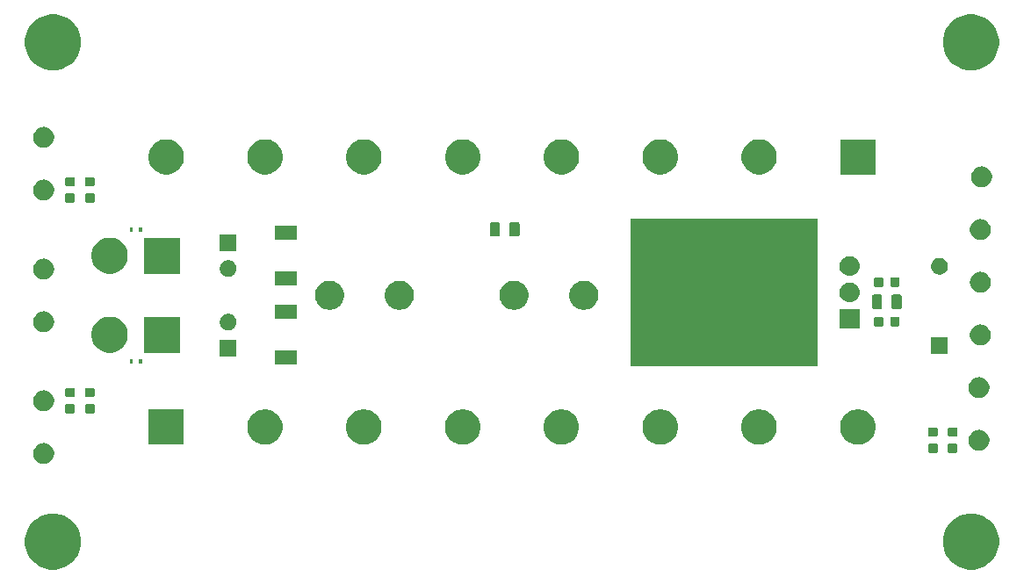
<source format=gbr>
G04 #@! TF.GenerationSoftware,KiCad,Pcbnew,5.0.2-bee76a0~70~ubuntu18.04.1*
G04 #@! TF.CreationDate,2019-06-19T23:07:38-07:00*
G04 #@! TF.ProjectId,aa-power,61612d70-6f77-4657-922e-6b696361645f,rev?*
G04 #@! TF.SameCoordinates,Original*
G04 #@! TF.FileFunction,Soldermask,Top*
G04 #@! TF.FilePolarity,Negative*
%FSLAX46Y46*%
G04 Gerber Fmt 4.6, Leading zero omitted, Abs format (unit mm)*
G04 Created by KiCad (PCBNEW 5.0.2-bee76a0~70~ubuntu18.04.1) date Wed 19 Jun 2019 11:07:38 PM PDT*
%MOMM*%
%LPD*%
G01*
G04 APERTURE LIST*
%ADD10C,0.100000*%
G04 APERTURE END LIST*
D10*
G36*
X105816560Y-121482759D02*
X106267084Y-121669372D01*
X106307930Y-121686291D01*
X106327736Y-121699525D01*
X106750153Y-121981775D01*
X107126225Y-122357847D01*
X107421710Y-122800072D01*
X107625241Y-123291440D01*
X107729000Y-123813072D01*
X107729000Y-124344928D01*
X107625241Y-124866560D01*
X107421710Y-125357928D01*
X107126225Y-125800153D01*
X106750153Y-126176225D01*
X106750150Y-126176227D01*
X106307930Y-126471709D01*
X106307929Y-126471710D01*
X106307928Y-126471710D01*
X105816560Y-126675241D01*
X105294928Y-126779000D01*
X104763072Y-126779000D01*
X104241440Y-126675241D01*
X103750072Y-126471710D01*
X103750071Y-126471710D01*
X103750070Y-126471709D01*
X103307850Y-126176227D01*
X103307847Y-126176225D01*
X102931775Y-125800153D01*
X102636290Y-125357928D01*
X102432759Y-124866560D01*
X102329000Y-124344928D01*
X102329000Y-123813072D01*
X102432759Y-123291440D01*
X102636290Y-122800072D01*
X102931775Y-122357847D01*
X103307847Y-121981775D01*
X103730264Y-121699525D01*
X103750070Y-121686291D01*
X103790916Y-121669372D01*
X104241440Y-121482759D01*
X104763072Y-121379000D01*
X105294928Y-121379000D01*
X105816560Y-121482759D01*
X105816560Y-121482759D01*
G37*
G36*
X194335560Y-121482759D02*
X194786084Y-121669372D01*
X194826930Y-121686291D01*
X194846736Y-121699525D01*
X195269153Y-121981775D01*
X195645225Y-122357847D01*
X195940710Y-122800072D01*
X196144241Y-123291440D01*
X196248000Y-123813072D01*
X196248000Y-124344928D01*
X196144241Y-124866560D01*
X195940710Y-125357928D01*
X195645225Y-125800153D01*
X195269153Y-126176225D01*
X195269150Y-126176227D01*
X194826930Y-126471709D01*
X194826929Y-126471710D01*
X194826928Y-126471710D01*
X194335560Y-126675241D01*
X193813928Y-126779000D01*
X193282072Y-126779000D01*
X192760440Y-126675241D01*
X192269072Y-126471710D01*
X192269071Y-126471710D01*
X192269070Y-126471709D01*
X191826850Y-126176227D01*
X191826847Y-126176225D01*
X191450775Y-125800153D01*
X191155290Y-125357928D01*
X190951759Y-124866560D01*
X190848000Y-124344928D01*
X190848000Y-123813072D01*
X190951759Y-123291440D01*
X191155290Y-122800072D01*
X191450775Y-122357847D01*
X191826847Y-121981775D01*
X192249264Y-121699525D01*
X192269070Y-121686291D01*
X192309916Y-121669372D01*
X192760440Y-121482759D01*
X193282072Y-121379000D01*
X193813928Y-121379000D01*
X194335560Y-121482759D01*
X194335560Y-121482759D01*
G37*
G36*
X104315770Y-114585372D02*
X104431689Y-114608429D01*
X104613678Y-114683811D01*
X104777463Y-114793249D01*
X104916751Y-114932537D01*
X105026189Y-115096322D01*
X105101571Y-115278311D01*
X105140000Y-115471509D01*
X105140000Y-115668491D01*
X105101571Y-115861689D01*
X105026189Y-116043678D01*
X104916751Y-116207463D01*
X104777463Y-116346751D01*
X104613678Y-116456189D01*
X104431689Y-116531571D01*
X104315770Y-116554628D01*
X104238493Y-116570000D01*
X104041507Y-116570000D01*
X103964230Y-116554628D01*
X103848311Y-116531571D01*
X103666322Y-116456189D01*
X103502537Y-116346751D01*
X103363249Y-116207463D01*
X103253811Y-116043678D01*
X103178429Y-115861689D01*
X103140000Y-115668491D01*
X103140000Y-115471509D01*
X103178429Y-115278311D01*
X103253811Y-115096322D01*
X103363249Y-114932537D01*
X103502537Y-114793249D01*
X103666322Y-114683811D01*
X103848311Y-114608429D01*
X103964230Y-114585372D01*
X104041507Y-114570000D01*
X104238493Y-114570000D01*
X104315770Y-114585372D01*
X104315770Y-114585372D01*
G37*
G36*
X192119116Y-114653595D02*
X192148313Y-114662452D01*
X192175218Y-114676833D01*
X192198808Y-114696192D01*
X192218167Y-114719782D01*
X192232548Y-114746687D01*
X192241405Y-114775884D01*
X192245000Y-114812390D01*
X192245000Y-115362610D01*
X192241405Y-115399116D01*
X192232548Y-115428313D01*
X192218167Y-115455218D01*
X192198808Y-115478808D01*
X192175218Y-115498167D01*
X192148313Y-115512548D01*
X192119116Y-115521405D01*
X192082610Y-115525000D01*
X191457390Y-115525000D01*
X191420884Y-115521405D01*
X191391687Y-115512548D01*
X191364782Y-115498167D01*
X191341192Y-115478808D01*
X191321833Y-115455218D01*
X191307452Y-115428313D01*
X191298595Y-115399116D01*
X191295000Y-115362610D01*
X191295000Y-114812390D01*
X191298595Y-114775884D01*
X191307452Y-114746687D01*
X191321833Y-114719782D01*
X191341192Y-114696192D01*
X191364782Y-114676833D01*
X191391687Y-114662452D01*
X191420884Y-114653595D01*
X191457390Y-114650000D01*
X192082610Y-114650000D01*
X192119116Y-114653595D01*
X192119116Y-114653595D01*
G37*
G36*
X190214116Y-114653595D02*
X190243313Y-114662452D01*
X190270218Y-114676833D01*
X190293808Y-114696192D01*
X190313167Y-114719782D01*
X190327548Y-114746687D01*
X190336405Y-114775884D01*
X190340000Y-114812390D01*
X190340000Y-115362610D01*
X190336405Y-115399116D01*
X190327548Y-115428313D01*
X190313167Y-115455218D01*
X190293808Y-115478808D01*
X190270218Y-115498167D01*
X190243313Y-115512548D01*
X190214116Y-115521405D01*
X190177610Y-115525000D01*
X189552390Y-115525000D01*
X189515884Y-115521405D01*
X189486687Y-115512548D01*
X189459782Y-115498167D01*
X189436192Y-115478808D01*
X189416833Y-115455218D01*
X189402452Y-115428313D01*
X189393595Y-115399116D01*
X189390000Y-115362610D01*
X189390000Y-114812390D01*
X189393595Y-114775884D01*
X189402452Y-114746687D01*
X189416833Y-114719782D01*
X189436192Y-114696192D01*
X189459782Y-114676833D01*
X189486687Y-114662452D01*
X189515884Y-114653595D01*
X189552390Y-114650000D01*
X190177610Y-114650000D01*
X190214116Y-114653595D01*
X190214116Y-114653595D01*
G37*
G36*
X194485770Y-113315372D02*
X194601689Y-113338429D01*
X194783678Y-113413811D01*
X194947463Y-113523249D01*
X195086751Y-113662537D01*
X195196189Y-113826322D01*
X195271571Y-114008311D01*
X195310000Y-114201509D01*
X195310000Y-114398491D01*
X195271571Y-114591689D01*
X195196189Y-114773678D01*
X195086751Y-114937463D01*
X194947463Y-115076751D01*
X194783678Y-115186189D01*
X194601689Y-115261571D01*
X194485770Y-115284628D01*
X194408493Y-115300000D01*
X194211507Y-115300000D01*
X194134230Y-115284628D01*
X194018311Y-115261571D01*
X193836322Y-115186189D01*
X193672537Y-115076751D01*
X193533249Y-114937463D01*
X193423811Y-114773678D01*
X193348429Y-114591689D01*
X193310000Y-114398491D01*
X193310000Y-114201509D01*
X193348429Y-114008311D01*
X193423811Y-113826322D01*
X193533249Y-113662537D01*
X193672537Y-113523249D01*
X193836322Y-113413811D01*
X194018311Y-113338429D01*
X194134230Y-113315372D01*
X194211507Y-113300000D01*
X194408493Y-113300000D01*
X194485770Y-113315372D01*
X194485770Y-113315372D01*
G37*
G36*
X163962393Y-111373553D02*
X164071872Y-111395330D01*
X164381252Y-111523479D01*
X164659687Y-111709523D01*
X164896477Y-111946313D01*
X165082521Y-112224748D01*
X165210670Y-112534128D01*
X165210670Y-112534129D01*
X165276000Y-112862563D01*
X165276000Y-113197437D01*
X165265331Y-113251074D01*
X165210670Y-113525872D01*
X165082521Y-113835252D01*
X164896477Y-114113687D01*
X164659687Y-114350477D01*
X164381252Y-114536521D01*
X164071872Y-114664670D01*
X164010724Y-114676833D01*
X163743437Y-114730000D01*
X163408563Y-114730000D01*
X163141276Y-114676833D01*
X163080128Y-114664670D01*
X162770748Y-114536521D01*
X162492313Y-114350477D01*
X162255523Y-114113687D01*
X162069479Y-113835252D01*
X161941330Y-113525872D01*
X161886669Y-113251074D01*
X161876000Y-113197437D01*
X161876000Y-112862563D01*
X161941330Y-112534129D01*
X161941330Y-112534128D01*
X162069479Y-112224748D01*
X162255523Y-111946313D01*
X162492313Y-111709523D01*
X162770748Y-111523479D01*
X163080128Y-111395330D01*
X163189607Y-111373553D01*
X163408563Y-111330000D01*
X163743437Y-111330000D01*
X163962393Y-111373553D01*
X163962393Y-111373553D01*
G37*
G36*
X173487393Y-111373553D02*
X173596872Y-111395330D01*
X173906252Y-111523479D01*
X174184687Y-111709523D01*
X174421477Y-111946313D01*
X174607521Y-112224748D01*
X174735670Y-112534128D01*
X174735670Y-112534129D01*
X174801000Y-112862563D01*
X174801000Y-113197437D01*
X174790331Y-113251074D01*
X174735670Y-113525872D01*
X174607521Y-113835252D01*
X174421477Y-114113687D01*
X174184687Y-114350477D01*
X173906252Y-114536521D01*
X173596872Y-114664670D01*
X173535724Y-114676833D01*
X173268437Y-114730000D01*
X172933563Y-114730000D01*
X172666276Y-114676833D01*
X172605128Y-114664670D01*
X172295748Y-114536521D01*
X172017313Y-114350477D01*
X171780523Y-114113687D01*
X171594479Y-113835252D01*
X171466330Y-113525872D01*
X171411669Y-113251074D01*
X171401000Y-113197437D01*
X171401000Y-112862563D01*
X171466330Y-112534129D01*
X171466330Y-112534128D01*
X171594479Y-112224748D01*
X171780523Y-111946313D01*
X172017313Y-111709523D01*
X172295748Y-111523479D01*
X172605128Y-111395330D01*
X172714607Y-111373553D01*
X172933563Y-111330000D01*
X173268437Y-111330000D01*
X173487393Y-111373553D01*
X173487393Y-111373553D01*
G37*
G36*
X154432393Y-111373553D02*
X154541872Y-111395330D01*
X154851252Y-111523479D01*
X155129687Y-111709523D01*
X155366477Y-111946313D01*
X155552521Y-112224748D01*
X155680670Y-112534128D01*
X155680670Y-112534129D01*
X155746000Y-112862563D01*
X155746000Y-113197437D01*
X155735331Y-113251074D01*
X155680670Y-113525872D01*
X155552521Y-113835252D01*
X155366477Y-114113687D01*
X155129687Y-114350477D01*
X154851252Y-114536521D01*
X154541872Y-114664670D01*
X154480724Y-114676833D01*
X154213437Y-114730000D01*
X153878563Y-114730000D01*
X153611276Y-114676833D01*
X153550128Y-114664670D01*
X153240748Y-114536521D01*
X152962313Y-114350477D01*
X152725523Y-114113687D01*
X152539479Y-113835252D01*
X152411330Y-113525872D01*
X152356669Y-113251074D01*
X152346000Y-113197437D01*
X152346000Y-112862563D01*
X152411330Y-112534129D01*
X152411330Y-112534128D01*
X152539479Y-112224748D01*
X152725523Y-111946313D01*
X152962313Y-111709523D01*
X153240748Y-111523479D01*
X153550128Y-111395330D01*
X153659607Y-111373553D01*
X153878563Y-111330000D01*
X154213437Y-111330000D01*
X154432393Y-111373553D01*
X154432393Y-111373553D01*
G37*
G36*
X144912393Y-111373553D02*
X145021872Y-111395330D01*
X145331252Y-111523479D01*
X145609687Y-111709523D01*
X145846477Y-111946313D01*
X146032521Y-112224748D01*
X146160670Y-112534128D01*
X146160670Y-112534129D01*
X146226000Y-112862563D01*
X146226000Y-113197437D01*
X146215331Y-113251074D01*
X146160670Y-113525872D01*
X146032521Y-113835252D01*
X145846477Y-114113687D01*
X145609687Y-114350477D01*
X145331252Y-114536521D01*
X145021872Y-114664670D01*
X144960724Y-114676833D01*
X144693437Y-114730000D01*
X144358563Y-114730000D01*
X144091276Y-114676833D01*
X144030128Y-114664670D01*
X143720748Y-114536521D01*
X143442313Y-114350477D01*
X143205523Y-114113687D01*
X143019479Y-113835252D01*
X142891330Y-113525872D01*
X142836669Y-113251074D01*
X142826000Y-113197437D01*
X142826000Y-112862563D01*
X142891330Y-112534129D01*
X142891330Y-112534128D01*
X143019479Y-112224748D01*
X143205523Y-111946313D01*
X143442313Y-111709523D01*
X143720748Y-111523479D01*
X144030128Y-111395330D01*
X144139607Y-111373553D01*
X144358563Y-111330000D01*
X144693437Y-111330000D01*
X144912393Y-111373553D01*
X144912393Y-111373553D01*
G37*
G36*
X135387393Y-111373553D02*
X135496872Y-111395330D01*
X135806252Y-111523479D01*
X136084687Y-111709523D01*
X136321477Y-111946313D01*
X136507521Y-112224748D01*
X136635670Y-112534128D01*
X136635670Y-112534129D01*
X136701000Y-112862563D01*
X136701000Y-113197437D01*
X136690331Y-113251074D01*
X136635670Y-113525872D01*
X136507521Y-113835252D01*
X136321477Y-114113687D01*
X136084687Y-114350477D01*
X135806252Y-114536521D01*
X135496872Y-114664670D01*
X135435724Y-114676833D01*
X135168437Y-114730000D01*
X134833563Y-114730000D01*
X134566276Y-114676833D01*
X134505128Y-114664670D01*
X134195748Y-114536521D01*
X133917313Y-114350477D01*
X133680523Y-114113687D01*
X133494479Y-113835252D01*
X133366330Y-113525872D01*
X133311669Y-113251074D01*
X133301000Y-113197437D01*
X133301000Y-112862563D01*
X133366330Y-112534129D01*
X133366330Y-112534128D01*
X133494479Y-112224748D01*
X133680523Y-111946313D01*
X133917313Y-111709523D01*
X134195748Y-111523479D01*
X134505128Y-111395330D01*
X134614607Y-111373553D01*
X134833563Y-111330000D01*
X135168437Y-111330000D01*
X135387393Y-111373553D01*
X135387393Y-111373553D01*
G37*
G36*
X125857393Y-111373553D02*
X125966872Y-111395330D01*
X126276252Y-111523479D01*
X126554687Y-111709523D01*
X126791477Y-111946313D01*
X126977521Y-112224748D01*
X127105670Y-112534128D01*
X127105670Y-112534129D01*
X127171000Y-112862563D01*
X127171000Y-113197437D01*
X127160331Y-113251074D01*
X127105670Y-113525872D01*
X126977521Y-113835252D01*
X126791477Y-114113687D01*
X126554687Y-114350477D01*
X126276252Y-114536521D01*
X125966872Y-114664670D01*
X125905724Y-114676833D01*
X125638437Y-114730000D01*
X125303563Y-114730000D01*
X125036276Y-114676833D01*
X124975128Y-114664670D01*
X124665748Y-114536521D01*
X124387313Y-114350477D01*
X124150523Y-114113687D01*
X123964479Y-113835252D01*
X123836330Y-113525872D01*
X123781669Y-113251074D01*
X123771000Y-113197437D01*
X123771000Y-112862563D01*
X123836330Y-112534129D01*
X123836330Y-112534128D01*
X123964479Y-112224748D01*
X124150523Y-111946313D01*
X124387313Y-111709523D01*
X124665748Y-111523479D01*
X124975128Y-111395330D01*
X125084607Y-111373553D01*
X125303563Y-111330000D01*
X125638437Y-111330000D01*
X125857393Y-111373553D01*
X125857393Y-111373553D01*
G37*
G36*
X183012393Y-111373553D02*
X183121872Y-111395330D01*
X183431252Y-111523479D01*
X183709687Y-111709523D01*
X183946477Y-111946313D01*
X184132521Y-112224748D01*
X184260670Y-112534128D01*
X184260670Y-112534129D01*
X184326000Y-112862563D01*
X184326000Y-113197437D01*
X184315331Y-113251074D01*
X184260670Y-113525872D01*
X184132521Y-113835252D01*
X183946477Y-114113687D01*
X183709687Y-114350477D01*
X183431252Y-114536521D01*
X183121872Y-114664670D01*
X183060724Y-114676833D01*
X182793437Y-114730000D01*
X182458563Y-114730000D01*
X182191276Y-114676833D01*
X182130128Y-114664670D01*
X181820748Y-114536521D01*
X181542313Y-114350477D01*
X181305523Y-114113687D01*
X181119479Y-113835252D01*
X180991330Y-113525872D01*
X180936669Y-113251074D01*
X180926000Y-113197437D01*
X180926000Y-112862563D01*
X180991330Y-112534129D01*
X180991330Y-112534128D01*
X181119479Y-112224748D01*
X181305523Y-111946313D01*
X181542313Y-111709523D01*
X181820748Y-111523479D01*
X182130128Y-111395330D01*
X182239607Y-111373553D01*
X182458563Y-111330000D01*
X182793437Y-111330000D01*
X183012393Y-111373553D01*
X183012393Y-111373553D01*
G37*
G36*
X117651000Y-114730000D02*
X114251000Y-114730000D01*
X114251000Y-111330000D01*
X117651000Y-111330000D01*
X117651000Y-114730000D01*
X117651000Y-114730000D01*
G37*
G36*
X190214116Y-113078595D02*
X190243313Y-113087452D01*
X190270218Y-113101833D01*
X190293808Y-113121192D01*
X190313167Y-113144782D01*
X190327548Y-113171687D01*
X190336405Y-113200884D01*
X190340000Y-113237390D01*
X190340000Y-113787610D01*
X190336405Y-113824116D01*
X190327548Y-113853313D01*
X190313167Y-113880218D01*
X190293808Y-113903808D01*
X190270218Y-113923167D01*
X190243313Y-113937548D01*
X190214116Y-113946405D01*
X190177610Y-113950000D01*
X189552390Y-113950000D01*
X189515884Y-113946405D01*
X189486687Y-113937548D01*
X189459782Y-113923167D01*
X189436192Y-113903808D01*
X189416833Y-113880218D01*
X189402452Y-113853313D01*
X189393595Y-113824116D01*
X189390000Y-113787610D01*
X189390000Y-113237390D01*
X189393595Y-113200884D01*
X189402452Y-113171687D01*
X189416833Y-113144782D01*
X189436192Y-113121192D01*
X189459782Y-113101833D01*
X189486687Y-113087452D01*
X189515884Y-113078595D01*
X189552390Y-113075000D01*
X190177610Y-113075000D01*
X190214116Y-113078595D01*
X190214116Y-113078595D01*
G37*
G36*
X192119116Y-113078595D02*
X192148313Y-113087452D01*
X192175218Y-113101833D01*
X192198808Y-113121192D01*
X192218167Y-113144782D01*
X192232548Y-113171687D01*
X192241405Y-113200884D01*
X192245000Y-113237390D01*
X192245000Y-113787610D01*
X192241405Y-113824116D01*
X192232548Y-113853313D01*
X192218167Y-113880218D01*
X192198808Y-113903808D01*
X192175218Y-113923167D01*
X192148313Y-113937548D01*
X192119116Y-113946405D01*
X192082610Y-113950000D01*
X191457390Y-113950000D01*
X191420884Y-113946405D01*
X191391687Y-113937548D01*
X191364782Y-113923167D01*
X191341192Y-113903808D01*
X191321833Y-113880218D01*
X191307452Y-113853313D01*
X191298595Y-113824116D01*
X191295000Y-113787610D01*
X191295000Y-113237390D01*
X191298595Y-113200884D01*
X191307452Y-113171687D01*
X191321833Y-113144782D01*
X191341192Y-113121192D01*
X191364782Y-113101833D01*
X191391687Y-113087452D01*
X191420884Y-113078595D01*
X191457390Y-113075000D01*
X192082610Y-113075000D01*
X192119116Y-113078595D01*
X192119116Y-113078595D01*
G37*
G36*
X108934116Y-110843595D02*
X108963313Y-110852452D01*
X108990218Y-110866833D01*
X109013808Y-110886192D01*
X109033167Y-110909782D01*
X109047548Y-110936687D01*
X109056405Y-110965884D01*
X109060000Y-111002390D01*
X109060000Y-111552610D01*
X109056405Y-111589116D01*
X109047548Y-111618313D01*
X109033167Y-111645218D01*
X109013808Y-111668808D01*
X108990218Y-111688167D01*
X108963313Y-111702548D01*
X108934116Y-111711405D01*
X108897610Y-111715000D01*
X108272390Y-111715000D01*
X108235884Y-111711405D01*
X108206687Y-111702548D01*
X108179782Y-111688167D01*
X108156192Y-111668808D01*
X108136833Y-111645218D01*
X108122452Y-111618313D01*
X108113595Y-111589116D01*
X108110000Y-111552610D01*
X108110000Y-111002390D01*
X108113595Y-110965884D01*
X108122452Y-110936687D01*
X108136833Y-110909782D01*
X108156192Y-110886192D01*
X108179782Y-110866833D01*
X108206687Y-110852452D01*
X108235884Y-110843595D01*
X108272390Y-110840000D01*
X108897610Y-110840000D01*
X108934116Y-110843595D01*
X108934116Y-110843595D01*
G37*
G36*
X107029116Y-110843595D02*
X107058313Y-110852452D01*
X107085218Y-110866833D01*
X107108808Y-110886192D01*
X107128167Y-110909782D01*
X107142548Y-110936687D01*
X107151405Y-110965884D01*
X107155000Y-111002390D01*
X107155000Y-111552610D01*
X107151405Y-111589116D01*
X107142548Y-111618313D01*
X107128167Y-111645218D01*
X107108808Y-111668808D01*
X107085218Y-111688167D01*
X107058313Y-111702548D01*
X107029116Y-111711405D01*
X106992610Y-111715000D01*
X106367390Y-111715000D01*
X106330884Y-111711405D01*
X106301687Y-111702548D01*
X106274782Y-111688167D01*
X106251192Y-111668808D01*
X106231833Y-111645218D01*
X106217452Y-111618313D01*
X106208595Y-111589116D01*
X106205000Y-111552610D01*
X106205000Y-111002390D01*
X106208595Y-110965884D01*
X106217452Y-110936687D01*
X106231833Y-110909782D01*
X106251192Y-110886192D01*
X106274782Y-110866833D01*
X106301687Y-110852452D01*
X106330884Y-110843595D01*
X106367390Y-110840000D01*
X106992610Y-110840000D01*
X107029116Y-110843595D01*
X107029116Y-110843595D01*
G37*
G36*
X104315770Y-109505372D02*
X104431689Y-109528429D01*
X104613678Y-109603811D01*
X104777463Y-109713249D01*
X104916751Y-109852537D01*
X105026189Y-110016322D01*
X105101571Y-110198311D01*
X105140000Y-110391509D01*
X105140000Y-110588491D01*
X105101571Y-110781689D01*
X105026189Y-110963678D01*
X104916751Y-111127463D01*
X104777463Y-111266751D01*
X104613678Y-111376189D01*
X104431689Y-111451571D01*
X104315770Y-111474628D01*
X104238493Y-111490000D01*
X104041507Y-111490000D01*
X103964230Y-111474628D01*
X103848311Y-111451571D01*
X103666322Y-111376189D01*
X103502537Y-111266751D01*
X103363249Y-111127463D01*
X103253811Y-110963678D01*
X103178429Y-110781689D01*
X103140000Y-110588491D01*
X103140000Y-110391509D01*
X103178429Y-110198311D01*
X103253811Y-110016322D01*
X103363249Y-109852537D01*
X103502537Y-109713249D01*
X103666322Y-109603811D01*
X103848311Y-109528429D01*
X103964230Y-109505372D01*
X104041507Y-109490000D01*
X104238493Y-109490000D01*
X104315770Y-109505372D01*
X104315770Y-109505372D01*
G37*
G36*
X194485770Y-108235372D02*
X194601689Y-108258429D01*
X194783678Y-108333811D01*
X194947463Y-108443249D01*
X195086751Y-108582537D01*
X195196189Y-108746322D01*
X195271571Y-108928311D01*
X195310000Y-109121509D01*
X195310000Y-109318491D01*
X195271571Y-109511689D01*
X195196189Y-109693678D01*
X195086751Y-109857463D01*
X194947463Y-109996751D01*
X194783678Y-110106189D01*
X194601689Y-110181571D01*
X194485770Y-110204628D01*
X194408493Y-110220000D01*
X194211507Y-110220000D01*
X194134230Y-110204628D01*
X194018311Y-110181571D01*
X193836322Y-110106189D01*
X193672537Y-109996751D01*
X193533249Y-109857463D01*
X193423811Y-109693678D01*
X193348429Y-109511689D01*
X193310000Y-109318491D01*
X193310000Y-109121509D01*
X193348429Y-108928311D01*
X193423811Y-108746322D01*
X193533249Y-108582537D01*
X193672537Y-108443249D01*
X193836322Y-108333811D01*
X194018311Y-108258429D01*
X194134230Y-108235372D01*
X194211507Y-108220000D01*
X194408493Y-108220000D01*
X194485770Y-108235372D01*
X194485770Y-108235372D01*
G37*
G36*
X107029116Y-109268595D02*
X107058313Y-109277452D01*
X107085218Y-109291833D01*
X107108808Y-109311192D01*
X107128167Y-109334782D01*
X107142548Y-109361687D01*
X107151405Y-109390884D01*
X107155000Y-109427390D01*
X107155000Y-109977610D01*
X107151405Y-110014116D01*
X107142548Y-110043313D01*
X107128167Y-110070218D01*
X107108808Y-110093808D01*
X107085218Y-110113167D01*
X107058313Y-110127548D01*
X107029116Y-110136405D01*
X106992610Y-110140000D01*
X106367390Y-110140000D01*
X106330884Y-110136405D01*
X106301687Y-110127548D01*
X106274782Y-110113167D01*
X106251192Y-110093808D01*
X106231833Y-110070218D01*
X106217452Y-110043313D01*
X106208595Y-110014116D01*
X106205000Y-109977610D01*
X106205000Y-109427390D01*
X106208595Y-109390884D01*
X106217452Y-109361687D01*
X106231833Y-109334782D01*
X106251192Y-109311192D01*
X106274782Y-109291833D01*
X106301687Y-109277452D01*
X106330884Y-109268595D01*
X106367390Y-109265000D01*
X106992610Y-109265000D01*
X107029116Y-109268595D01*
X107029116Y-109268595D01*
G37*
G36*
X108934116Y-109268595D02*
X108963313Y-109277452D01*
X108990218Y-109291833D01*
X109013808Y-109311192D01*
X109033167Y-109334782D01*
X109047548Y-109361687D01*
X109056405Y-109390884D01*
X109060000Y-109427390D01*
X109060000Y-109977610D01*
X109056405Y-110014116D01*
X109047548Y-110043313D01*
X109033167Y-110070218D01*
X109013808Y-110093808D01*
X108990218Y-110113167D01*
X108963313Y-110127548D01*
X108934116Y-110136405D01*
X108897610Y-110140000D01*
X108272390Y-110140000D01*
X108235884Y-110136405D01*
X108206687Y-110127548D01*
X108179782Y-110113167D01*
X108156192Y-110093808D01*
X108136833Y-110070218D01*
X108122452Y-110043313D01*
X108113595Y-110014116D01*
X108110000Y-109977610D01*
X108110000Y-109427390D01*
X108113595Y-109390884D01*
X108122452Y-109361687D01*
X108136833Y-109334782D01*
X108156192Y-109311192D01*
X108179782Y-109291833D01*
X108206687Y-109277452D01*
X108235884Y-109268595D01*
X108272390Y-109265000D01*
X108897610Y-109265000D01*
X108934116Y-109268595D01*
X108934116Y-109268595D01*
G37*
G36*
X178794162Y-107164621D02*
X160760162Y-107164621D01*
X160760162Y-92940621D01*
X178794162Y-92940621D01*
X178794162Y-107164621D01*
X178794162Y-107164621D01*
G37*
G36*
X128558000Y-107040000D02*
X126458000Y-107040000D01*
X126458000Y-105640000D01*
X128558000Y-105640000D01*
X128558000Y-107040000D01*
X128558000Y-107040000D01*
G37*
G36*
X113630000Y-106880000D02*
X113330000Y-106880000D01*
X113330000Y-106480000D01*
X113630000Y-106480000D01*
X113630000Y-106880000D01*
X113630000Y-106880000D01*
G37*
G36*
X112730000Y-106880000D02*
X112430000Y-106880000D01*
X112430000Y-106480000D01*
X112730000Y-106480000D01*
X112730000Y-106880000D01*
X112730000Y-106880000D01*
G37*
G36*
X122720000Y-106210000D02*
X121120000Y-106210000D01*
X121120000Y-104610000D01*
X122720000Y-104610000D01*
X122720000Y-106210000D01*
X122720000Y-106210000D01*
G37*
G36*
X191300000Y-105956000D02*
X189700000Y-105956000D01*
X189700000Y-104356000D01*
X191300000Y-104356000D01*
X191300000Y-105956000D01*
X191300000Y-105956000D01*
G37*
G36*
X117320060Y-105890060D02*
X113819940Y-105890060D01*
X113819940Y-102389940D01*
X117320060Y-102389940D01*
X117320060Y-105890060D01*
X117320060Y-105890060D01*
G37*
G36*
X111000473Y-102457193D02*
X111318963Y-102589116D01*
X111605601Y-102780641D01*
X111849359Y-103024399D01*
X112040884Y-103311037D01*
X112172807Y-103629527D01*
X112240060Y-103967633D01*
X112240060Y-104312367D01*
X112172807Y-104650473D01*
X112040884Y-104968963D01*
X111849359Y-105255601D01*
X111605601Y-105499359D01*
X111318963Y-105690884D01*
X111000473Y-105822807D01*
X110662367Y-105890060D01*
X110317633Y-105890060D01*
X109979527Y-105822807D01*
X109661037Y-105690884D01*
X109374399Y-105499359D01*
X109130641Y-105255601D01*
X108939116Y-104968963D01*
X108807193Y-104650473D01*
X108739940Y-104312367D01*
X108739940Y-103967633D01*
X108807193Y-103629527D01*
X108939116Y-103311037D01*
X109130641Y-103024399D01*
X109374399Y-102780641D01*
X109661037Y-102589116D01*
X109979527Y-102457193D01*
X110317633Y-102389940D01*
X110662367Y-102389940D01*
X111000473Y-102457193D01*
X111000473Y-102457193D01*
G37*
G36*
X194612770Y-103155372D02*
X194728689Y-103178429D01*
X194910678Y-103253811D01*
X195074463Y-103363249D01*
X195213751Y-103502537D01*
X195323189Y-103666322D01*
X195398571Y-103848311D01*
X195437000Y-104041509D01*
X195437000Y-104238491D01*
X195398571Y-104431689D01*
X195323189Y-104613678D01*
X195213751Y-104777463D01*
X195074463Y-104916751D01*
X194910678Y-105026189D01*
X194728689Y-105101571D01*
X194612770Y-105124628D01*
X194535493Y-105140000D01*
X194338507Y-105140000D01*
X194261230Y-105124628D01*
X194145311Y-105101571D01*
X193963322Y-105026189D01*
X193799537Y-104916751D01*
X193660249Y-104777463D01*
X193550811Y-104613678D01*
X193475429Y-104431689D01*
X193437000Y-104238491D01*
X193437000Y-104041509D01*
X193475429Y-103848311D01*
X193550811Y-103666322D01*
X193660249Y-103502537D01*
X193799537Y-103363249D01*
X193963322Y-103253811D01*
X194145311Y-103178429D01*
X194261230Y-103155372D01*
X194338507Y-103140000D01*
X194535493Y-103140000D01*
X194612770Y-103155372D01*
X194612770Y-103155372D01*
G37*
G36*
X104315770Y-101885372D02*
X104431689Y-101908429D01*
X104613678Y-101983811D01*
X104777463Y-102093249D01*
X104916751Y-102232537D01*
X105026189Y-102396322D01*
X105101571Y-102578311D01*
X105121131Y-102676648D01*
X105140000Y-102771507D01*
X105140000Y-102968493D01*
X105128879Y-103024399D01*
X105101571Y-103161689D01*
X105026189Y-103343678D01*
X104916751Y-103507463D01*
X104777463Y-103646751D01*
X104613678Y-103756189D01*
X104431689Y-103831571D01*
X104315770Y-103854628D01*
X104238493Y-103870000D01*
X104041507Y-103870000D01*
X103964230Y-103854628D01*
X103848311Y-103831571D01*
X103666322Y-103756189D01*
X103502537Y-103646751D01*
X103363249Y-103507463D01*
X103253811Y-103343678D01*
X103178429Y-103161689D01*
X103151121Y-103024399D01*
X103140000Y-102968493D01*
X103140000Y-102771507D01*
X103158869Y-102676648D01*
X103178429Y-102578311D01*
X103253811Y-102396322D01*
X103363249Y-102232537D01*
X103502537Y-102093249D01*
X103666322Y-101983811D01*
X103848311Y-101908429D01*
X103964230Y-101885372D01*
X104041507Y-101870000D01*
X104238493Y-101870000D01*
X104315770Y-101885372D01*
X104315770Y-101885372D01*
G37*
G36*
X122153352Y-102140743D02*
X122298941Y-102201048D01*
X122429973Y-102288601D01*
X122541399Y-102400027D01*
X122628952Y-102531059D01*
X122689257Y-102676648D01*
X122720000Y-102831205D01*
X122720000Y-102988795D01*
X122689257Y-103143352D01*
X122628952Y-103288941D01*
X122541399Y-103419973D01*
X122429973Y-103531399D01*
X122298941Y-103618952D01*
X122153352Y-103679257D01*
X121998795Y-103710000D01*
X121841205Y-103710000D01*
X121686648Y-103679257D01*
X121541059Y-103618952D01*
X121410027Y-103531399D01*
X121298601Y-103419973D01*
X121211048Y-103288941D01*
X121150743Y-103143352D01*
X121120000Y-102988795D01*
X121120000Y-102831205D01*
X121150743Y-102676648D01*
X121211048Y-102531059D01*
X121298601Y-102400027D01*
X121410027Y-102288601D01*
X121541059Y-102201048D01*
X121686648Y-102140743D01*
X121841205Y-102110000D01*
X121998795Y-102110000D01*
X122153352Y-102140743D01*
X122153352Y-102140743D01*
G37*
G36*
X182842162Y-103545121D02*
X180842162Y-103545121D01*
X180842162Y-101640121D01*
X182842162Y-101640121D01*
X182842162Y-103545121D01*
X182842162Y-103545121D01*
G37*
G36*
X186519116Y-102398595D02*
X186548313Y-102407452D01*
X186575218Y-102421833D01*
X186598808Y-102441192D01*
X186618167Y-102464782D01*
X186632548Y-102491687D01*
X186641405Y-102520884D01*
X186645000Y-102557390D01*
X186645000Y-103182610D01*
X186641405Y-103219116D01*
X186632548Y-103248313D01*
X186618167Y-103275218D01*
X186598808Y-103298808D01*
X186575218Y-103318167D01*
X186548313Y-103332548D01*
X186519116Y-103341405D01*
X186482610Y-103345000D01*
X185932390Y-103345000D01*
X185895884Y-103341405D01*
X185866687Y-103332548D01*
X185839782Y-103318167D01*
X185816192Y-103298808D01*
X185796833Y-103275218D01*
X185782452Y-103248313D01*
X185773595Y-103219116D01*
X185770000Y-103182610D01*
X185770000Y-102557390D01*
X185773595Y-102520884D01*
X185782452Y-102491687D01*
X185796833Y-102464782D01*
X185816192Y-102441192D01*
X185839782Y-102421833D01*
X185866687Y-102407452D01*
X185895884Y-102398595D01*
X185932390Y-102395000D01*
X186482610Y-102395000D01*
X186519116Y-102398595D01*
X186519116Y-102398595D01*
G37*
G36*
X184944116Y-102398595D02*
X184973313Y-102407452D01*
X185000218Y-102421833D01*
X185023808Y-102441192D01*
X185043167Y-102464782D01*
X185057548Y-102491687D01*
X185066405Y-102520884D01*
X185070000Y-102557390D01*
X185070000Y-103182610D01*
X185066405Y-103219116D01*
X185057548Y-103248313D01*
X185043167Y-103275218D01*
X185023808Y-103298808D01*
X185000218Y-103318167D01*
X184973313Y-103332548D01*
X184944116Y-103341405D01*
X184907610Y-103345000D01*
X184357390Y-103345000D01*
X184320884Y-103341405D01*
X184291687Y-103332548D01*
X184264782Y-103318167D01*
X184241192Y-103298808D01*
X184221833Y-103275218D01*
X184207452Y-103248313D01*
X184198595Y-103219116D01*
X184195000Y-103182610D01*
X184195000Y-102557390D01*
X184198595Y-102520884D01*
X184207452Y-102491687D01*
X184221833Y-102464782D01*
X184241192Y-102441192D01*
X184264782Y-102421833D01*
X184291687Y-102407452D01*
X184320884Y-102398595D01*
X184357390Y-102395000D01*
X184907610Y-102395000D01*
X184944116Y-102398595D01*
X184944116Y-102398595D01*
G37*
G36*
X128558000Y-102640000D02*
X126458000Y-102640000D01*
X126458000Y-101240000D01*
X128558000Y-101240000D01*
X128558000Y-102640000D01*
X128558000Y-102640000D01*
G37*
G36*
X131903039Y-98953354D02*
X132104448Y-98993417D01*
X132357412Y-99098198D01*
X132585074Y-99250316D01*
X132778684Y-99443926D01*
X132930802Y-99671588D01*
X133035583Y-99924552D01*
X133089000Y-100193097D01*
X133089000Y-100466903D01*
X133035583Y-100735448D01*
X132930802Y-100988412D01*
X132778684Y-101216074D01*
X132585074Y-101409684D01*
X132357412Y-101561802D01*
X132104448Y-101666583D01*
X131903039Y-101706646D01*
X131835904Y-101720000D01*
X131562096Y-101720000D01*
X131494961Y-101706646D01*
X131293552Y-101666583D01*
X131040588Y-101561802D01*
X130812926Y-101409684D01*
X130619316Y-101216074D01*
X130467198Y-100988412D01*
X130362417Y-100735448D01*
X130309000Y-100466903D01*
X130309000Y-100193097D01*
X130362417Y-99924552D01*
X130467198Y-99671588D01*
X130619316Y-99443926D01*
X130812926Y-99250316D01*
X131040588Y-99098198D01*
X131293552Y-98993417D01*
X131494961Y-98953354D01*
X131562096Y-98940000D01*
X131835904Y-98940000D01*
X131903039Y-98953354D01*
X131903039Y-98953354D01*
G37*
G36*
X138634039Y-98953354D02*
X138835448Y-98993417D01*
X139088412Y-99098198D01*
X139316074Y-99250316D01*
X139509684Y-99443926D01*
X139661802Y-99671588D01*
X139766583Y-99924552D01*
X139820000Y-100193097D01*
X139820000Y-100466903D01*
X139766583Y-100735448D01*
X139661802Y-100988412D01*
X139509684Y-101216074D01*
X139316074Y-101409684D01*
X139088412Y-101561802D01*
X138835448Y-101666583D01*
X138634039Y-101706646D01*
X138566904Y-101720000D01*
X138293096Y-101720000D01*
X138225961Y-101706646D01*
X138024552Y-101666583D01*
X137771588Y-101561802D01*
X137543926Y-101409684D01*
X137350316Y-101216074D01*
X137198198Y-100988412D01*
X137093417Y-100735448D01*
X137040000Y-100466903D01*
X137040000Y-100193097D01*
X137093417Y-99924552D01*
X137198198Y-99671588D01*
X137350316Y-99443926D01*
X137543926Y-99250316D01*
X137771588Y-99098198D01*
X138024552Y-98993417D01*
X138225961Y-98953354D01*
X138293096Y-98940000D01*
X138566904Y-98940000D01*
X138634039Y-98953354D01*
X138634039Y-98953354D01*
G37*
G36*
X156414039Y-98953354D02*
X156615448Y-98993417D01*
X156868412Y-99098198D01*
X157096074Y-99250316D01*
X157289684Y-99443926D01*
X157441802Y-99671588D01*
X157546583Y-99924552D01*
X157600000Y-100193097D01*
X157600000Y-100466903D01*
X157546583Y-100735448D01*
X157441802Y-100988412D01*
X157289684Y-101216074D01*
X157096074Y-101409684D01*
X156868412Y-101561802D01*
X156615448Y-101666583D01*
X156414039Y-101706646D01*
X156346904Y-101720000D01*
X156073096Y-101720000D01*
X156005961Y-101706646D01*
X155804552Y-101666583D01*
X155551588Y-101561802D01*
X155323926Y-101409684D01*
X155130316Y-101216074D01*
X154978198Y-100988412D01*
X154873417Y-100735448D01*
X154820000Y-100466903D01*
X154820000Y-100193097D01*
X154873417Y-99924552D01*
X154978198Y-99671588D01*
X155130316Y-99443926D01*
X155323926Y-99250316D01*
X155551588Y-99098198D01*
X155804552Y-98993417D01*
X156005961Y-98953354D01*
X156073096Y-98940000D01*
X156346904Y-98940000D01*
X156414039Y-98953354D01*
X156414039Y-98953354D01*
G37*
G36*
X149683039Y-98953354D02*
X149884448Y-98993417D01*
X150137412Y-99098198D01*
X150365074Y-99250316D01*
X150558684Y-99443926D01*
X150710802Y-99671588D01*
X150815583Y-99924552D01*
X150869000Y-100193097D01*
X150869000Y-100466903D01*
X150815583Y-100735448D01*
X150710802Y-100988412D01*
X150558684Y-101216074D01*
X150365074Y-101409684D01*
X150137412Y-101561802D01*
X149884448Y-101666583D01*
X149683039Y-101706646D01*
X149615904Y-101720000D01*
X149342096Y-101720000D01*
X149274961Y-101706646D01*
X149073552Y-101666583D01*
X148820588Y-101561802D01*
X148592926Y-101409684D01*
X148399316Y-101216074D01*
X148247198Y-100988412D01*
X148142417Y-100735448D01*
X148089000Y-100466903D01*
X148089000Y-100193097D01*
X148142417Y-99924552D01*
X148247198Y-99671588D01*
X148399316Y-99443926D01*
X148592926Y-99250316D01*
X148820588Y-99098198D01*
X149073552Y-98993417D01*
X149274961Y-98953354D01*
X149342096Y-98940000D01*
X149615904Y-98940000D01*
X149683039Y-98953354D01*
X149683039Y-98953354D01*
G37*
G36*
X184823992Y-100269076D02*
X184857883Y-100279357D01*
X184889111Y-100296048D01*
X184916485Y-100318515D01*
X184938952Y-100345889D01*
X184955643Y-100377117D01*
X184965924Y-100411008D01*
X184970000Y-100452391D01*
X184970000Y-101477609D01*
X184965924Y-101518992D01*
X184955643Y-101552883D01*
X184938952Y-101584111D01*
X184916485Y-101611485D01*
X184889111Y-101633952D01*
X184857883Y-101650643D01*
X184823992Y-101660924D01*
X184782609Y-101665000D01*
X184182391Y-101665000D01*
X184141008Y-101660924D01*
X184107117Y-101650643D01*
X184075889Y-101633952D01*
X184048515Y-101611485D01*
X184026048Y-101584111D01*
X184009357Y-101552883D01*
X183999076Y-101518992D01*
X183995000Y-101477609D01*
X183995000Y-100452391D01*
X183999076Y-100411008D01*
X184009357Y-100377117D01*
X184026048Y-100345889D01*
X184048515Y-100318515D01*
X184075889Y-100296048D01*
X184107117Y-100279357D01*
X184141008Y-100269076D01*
X184182391Y-100265000D01*
X184782609Y-100265000D01*
X184823992Y-100269076D01*
X184823992Y-100269076D01*
G37*
G36*
X186698992Y-100269076D02*
X186732883Y-100279357D01*
X186764111Y-100296048D01*
X186791485Y-100318515D01*
X186813952Y-100345889D01*
X186830643Y-100377117D01*
X186840924Y-100411008D01*
X186845000Y-100452391D01*
X186845000Y-101477609D01*
X186840924Y-101518992D01*
X186830643Y-101552883D01*
X186813952Y-101584111D01*
X186791485Y-101611485D01*
X186764111Y-101633952D01*
X186732883Y-101650643D01*
X186698992Y-101660924D01*
X186657609Y-101665000D01*
X186057391Y-101665000D01*
X186016008Y-101660924D01*
X185982117Y-101650643D01*
X185950889Y-101633952D01*
X185923515Y-101611485D01*
X185901048Y-101584111D01*
X185884357Y-101552883D01*
X185874076Y-101518992D01*
X185870000Y-101477609D01*
X185870000Y-100452391D01*
X185874076Y-100411008D01*
X185884357Y-100377117D01*
X185901048Y-100345889D01*
X185923515Y-100318515D01*
X185950889Y-100296048D01*
X185982117Y-100279357D01*
X186016008Y-100269076D01*
X186057391Y-100265000D01*
X186657609Y-100265000D01*
X186698992Y-100269076D01*
X186698992Y-100269076D01*
G37*
G36*
X182076386Y-99113903D02*
X182255931Y-99168368D01*
X182421403Y-99256814D01*
X182566440Y-99375843D01*
X182685469Y-99520880D01*
X182773915Y-99686352D01*
X182828380Y-99865897D01*
X182846770Y-100052621D01*
X182828380Y-100239345D01*
X182773915Y-100418890D01*
X182685469Y-100584362D01*
X182566440Y-100729399D01*
X182421403Y-100848428D01*
X182255931Y-100936874D01*
X182076386Y-100991339D01*
X181936451Y-101005121D01*
X181747873Y-101005121D01*
X181607938Y-100991339D01*
X181428393Y-100936874D01*
X181262921Y-100848428D01*
X181117884Y-100729399D01*
X180998855Y-100584362D01*
X180910409Y-100418890D01*
X180855944Y-100239345D01*
X180837554Y-100052621D01*
X180855944Y-99865897D01*
X180910409Y-99686352D01*
X180998855Y-99520880D01*
X181117884Y-99375843D01*
X181262921Y-99256814D01*
X181428393Y-99168368D01*
X181607938Y-99113903D01*
X181747873Y-99100121D01*
X181936451Y-99100121D01*
X182076386Y-99113903D01*
X182076386Y-99113903D01*
G37*
G36*
X194612770Y-98075372D02*
X194728689Y-98098429D01*
X194910678Y-98173811D01*
X195074463Y-98283249D01*
X195213751Y-98422537D01*
X195323189Y-98586322D01*
X195398571Y-98768311D01*
X195421628Y-98884230D01*
X195437000Y-98961507D01*
X195437000Y-99158493D01*
X195421628Y-99235770D01*
X195398571Y-99351689D01*
X195323189Y-99533678D01*
X195213751Y-99697463D01*
X195074463Y-99836751D01*
X194910678Y-99946189D01*
X194728689Y-100021571D01*
X194612770Y-100044628D01*
X194535493Y-100060000D01*
X194338507Y-100060000D01*
X194261230Y-100044628D01*
X194145311Y-100021571D01*
X193963322Y-99946189D01*
X193799537Y-99836751D01*
X193660249Y-99697463D01*
X193550811Y-99533678D01*
X193475429Y-99351689D01*
X193452372Y-99235770D01*
X193437000Y-99158493D01*
X193437000Y-98961507D01*
X193452372Y-98884230D01*
X193475429Y-98768311D01*
X193550811Y-98586322D01*
X193660249Y-98422537D01*
X193799537Y-98283249D01*
X193963322Y-98173811D01*
X194145311Y-98098429D01*
X194261230Y-98075372D01*
X194338507Y-98060000D01*
X194535493Y-98060000D01*
X194612770Y-98075372D01*
X194612770Y-98075372D01*
G37*
G36*
X184944116Y-98588595D02*
X184973313Y-98597452D01*
X185000218Y-98611833D01*
X185023808Y-98631192D01*
X185043167Y-98654782D01*
X185057548Y-98681687D01*
X185066405Y-98710884D01*
X185070000Y-98747390D01*
X185070000Y-99372610D01*
X185066405Y-99409116D01*
X185057548Y-99438313D01*
X185043167Y-99465218D01*
X185023808Y-99488808D01*
X185000218Y-99508167D01*
X184973313Y-99522548D01*
X184944116Y-99531405D01*
X184907610Y-99535000D01*
X184357390Y-99535000D01*
X184320884Y-99531405D01*
X184291687Y-99522548D01*
X184264782Y-99508167D01*
X184241192Y-99488808D01*
X184221833Y-99465218D01*
X184207452Y-99438313D01*
X184198595Y-99409116D01*
X184195000Y-99372610D01*
X184195000Y-98747390D01*
X184198595Y-98710884D01*
X184207452Y-98681687D01*
X184221833Y-98654782D01*
X184241192Y-98631192D01*
X184264782Y-98611833D01*
X184291687Y-98597452D01*
X184320884Y-98588595D01*
X184357390Y-98585000D01*
X184907610Y-98585000D01*
X184944116Y-98588595D01*
X184944116Y-98588595D01*
G37*
G36*
X186519116Y-98588595D02*
X186548313Y-98597452D01*
X186575218Y-98611833D01*
X186598808Y-98631192D01*
X186618167Y-98654782D01*
X186632548Y-98681687D01*
X186641405Y-98710884D01*
X186645000Y-98747390D01*
X186645000Y-99372610D01*
X186641405Y-99409116D01*
X186632548Y-99438313D01*
X186618167Y-99465218D01*
X186598808Y-99488808D01*
X186575218Y-99508167D01*
X186548313Y-99522548D01*
X186519116Y-99531405D01*
X186482610Y-99535000D01*
X185932390Y-99535000D01*
X185895884Y-99531405D01*
X185866687Y-99522548D01*
X185839782Y-99508167D01*
X185816192Y-99488808D01*
X185796833Y-99465218D01*
X185782452Y-99438313D01*
X185773595Y-99409116D01*
X185770000Y-99372610D01*
X185770000Y-98747390D01*
X185773595Y-98710884D01*
X185782452Y-98681687D01*
X185796833Y-98654782D01*
X185816192Y-98631192D01*
X185839782Y-98611833D01*
X185866687Y-98597452D01*
X185895884Y-98588595D01*
X185932390Y-98585000D01*
X186482610Y-98585000D01*
X186519116Y-98588595D01*
X186519116Y-98588595D01*
G37*
G36*
X128558000Y-99420000D02*
X126458000Y-99420000D01*
X126458000Y-98020000D01*
X128558000Y-98020000D01*
X128558000Y-99420000D01*
X128558000Y-99420000D01*
G37*
G36*
X104315770Y-96805372D02*
X104431689Y-96828429D01*
X104613678Y-96903811D01*
X104777463Y-97013249D01*
X104916751Y-97152537D01*
X105026189Y-97316322D01*
X105101571Y-97498311D01*
X105124628Y-97614230D01*
X105135962Y-97671205D01*
X105140000Y-97691509D01*
X105140000Y-97888491D01*
X105101571Y-98081689D01*
X105026189Y-98263678D01*
X104916751Y-98427463D01*
X104777463Y-98566751D01*
X104613678Y-98676189D01*
X104431689Y-98751571D01*
X104315770Y-98774628D01*
X104238493Y-98790000D01*
X104041507Y-98790000D01*
X103964230Y-98774628D01*
X103848311Y-98751571D01*
X103666322Y-98676189D01*
X103502537Y-98566751D01*
X103363249Y-98427463D01*
X103253811Y-98263678D01*
X103178429Y-98081689D01*
X103140000Y-97888491D01*
X103140000Y-97691509D01*
X103144039Y-97671205D01*
X103155372Y-97614230D01*
X103178429Y-97498311D01*
X103253811Y-97316322D01*
X103363249Y-97152537D01*
X103502537Y-97013249D01*
X103666322Y-96903811D01*
X103848311Y-96828429D01*
X103964230Y-96805372D01*
X104041507Y-96790000D01*
X104238493Y-96790000D01*
X104315770Y-96805372D01*
X104315770Y-96805372D01*
G37*
G36*
X122153352Y-96980743D02*
X122298941Y-97041048D01*
X122429973Y-97128601D01*
X122541399Y-97240027D01*
X122628952Y-97371059D01*
X122689257Y-97516648D01*
X122720000Y-97671205D01*
X122720000Y-97828795D01*
X122689257Y-97983352D01*
X122628952Y-98128941D01*
X122541399Y-98259973D01*
X122429973Y-98371399D01*
X122298941Y-98458952D01*
X122153352Y-98519257D01*
X121998795Y-98550000D01*
X121841205Y-98550000D01*
X121686648Y-98519257D01*
X121541059Y-98458952D01*
X121410027Y-98371399D01*
X121298601Y-98259973D01*
X121211048Y-98128941D01*
X121150743Y-97983352D01*
X121120000Y-97828795D01*
X121120000Y-97671205D01*
X121150743Y-97516648D01*
X121211048Y-97371059D01*
X121298601Y-97240027D01*
X121410027Y-97128601D01*
X121541059Y-97041048D01*
X121686648Y-96980743D01*
X121841205Y-96950000D01*
X121998795Y-96950000D01*
X122153352Y-96980743D01*
X122153352Y-96980743D01*
G37*
G36*
X182076386Y-96573903D02*
X182255931Y-96628368D01*
X182421403Y-96716814D01*
X182566440Y-96835843D01*
X182685469Y-96980880D01*
X182773915Y-97146352D01*
X182828380Y-97325897D01*
X182846770Y-97512621D01*
X182828380Y-97699345D01*
X182773915Y-97878890D01*
X182685469Y-98044362D01*
X182566440Y-98189399D01*
X182421403Y-98308428D01*
X182255931Y-98396874D01*
X182076386Y-98451339D01*
X181936451Y-98465121D01*
X181747873Y-98465121D01*
X181607938Y-98451339D01*
X181428393Y-98396874D01*
X181262921Y-98308428D01*
X181117884Y-98189399D01*
X180998855Y-98044362D01*
X180910409Y-97878890D01*
X180855944Y-97699345D01*
X180837554Y-97512621D01*
X180855944Y-97325897D01*
X180910409Y-97146352D01*
X180998855Y-96980880D01*
X181117884Y-96835843D01*
X181262921Y-96716814D01*
X181428393Y-96628368D01*
X181607938Y-96573903D01*
X181747873Y-96560121D01*
X181936451Y-96560121D01*
X182076386Y-96573903D01*
X182076386Y-96573903D01*
G37*
G36*
X190617649Y-96743717D02*
X190656827Y-96747576D01*
X190732228Y-96770449D01*
X190807629Y-96793321D01*
X190946608Y-96867608D01*
X191068422Y-96967578D01*
X191168392Y-97089392D01*
X191242679Y-97228371D01*
X191265551Y-97303772D01*
X191288424Y-97379173D01*
X191303870Y-97536000D01*
X191290554Y-97671205D01*
X191288424Y-97692826D01*
X191242679Y-97843629D01*
X191168392Y-97982608D01*
X191068422Y-98104422D01*
X190946608Y-98204392D01*
X190807629Y-98278679D01*
X190792550Y-98283253D01*
X190656827Y-98324424D01*
X190621108Y-98327942D01*
X190539295Y-98336000D01*
X190460705Y-98336000D01*
X190378892Y-98327942D01*
X190343173Y-98324424D01*
X190207450Y-98283253D01*
X190192371Y-98278679D01*
X190053392Y-98204392D01*
X189931578Y-98104422D01*
X189831608Y-97982608D01*
X189757321Y-97843629D01*
X189711576Y-97692826D01*
X189709447Y-97671205D01*
X189696130Y-97536000D01*
X189711576Y-97379173D01*
X189734449Y-97303772D01*
X189757321Y-97228371D01*
X189831608Y-97089392D01*
X189931578Y-96967578D01*
X190053392Y-96867608D01*
X190192371Y-96793321D01*
X190267772Y-96770449D01*
X190343173Y-96747576D01*
X190382351Y-96743717D01*
X190460705Y-96736000D01*
X190539295Y-96736000D01*
X190617649Y-96743717D01*
X190617649Y-96743717D01*
G37*
G36*
X117320060Y-98270060D02*
X113819940Y-98270060D01*
X113819940Y-94769940D01*
X117320060Y-94769940D01*
X117320060Y-98270060D01*
X117320060Y-98270060D01*
G37*
G36*
X111000473Y-94837193D02*
X111318963Y-94969116D01*
X111605601Y-95160641D01*
X111849359Y-95404399D01*
X112040884Y-95691037D01*
X112172807Y-96009527D01*
X112240060Y-96347633D01*
X112240060Y-96692367D01*
X112172807Y-97030473D01*
X112040884Y-97348963D01*
X111849359Y-97635601D01*
X111605601Y-97879359D01*
X111318963Y-98070884D01*
X111000473Y-98202807D01*
X110662367Y-98270060D01*
X110317633Y-98270060D01*
X109979527Y-98202807D01*
X109661037Y-98070884D01*
X109374399Y-97879359D01*
X109130641Y-97635601D01*
X108939116Y-97348963D01*
X108807193Y-97030473D01*
X108739940Y-96692367D01*
X108739940Y-96347633D01*
X108807193Y-96009527D01*
X108939116Y-95691037D01*
X109130641Y-95404399D01*
X109374399Y-95160641D01*
X109661037Y-94969116D01*
X109979527Y-94837193D01*
X110317633Y-94769940D01*
X110662367Y-94769940D01*
X111000473Y-94837193D01*
X111000473Y-94837193D01*
G37*
G36*
X122720000Y-96050000D02*
X121120000Y-96050000D01*
X121120000Y-94450000D01*
X122720000Y-94450000D01*
X122720000Y-96050000D01*
X122720000Y-96050000D01*
G37*
G36*
X128558000Y-95020000D02*
X126458000Y-95020000D01*
X126458000Y-93620000D01*
X128558000Y-93620000D01*
X128558000Y-95020000D01*
X128558000Y-95020000D01*
G37*
G36*
X194612770Y-92995372D02*
X194728689Y-93018429D01*
X194910678Y-93093811D01*
X195074463Y-93203249D01*
X195213751Y-93342537D01*
X195323189Y-93506322D01*
X195398571Y-93688311D01*
X195437000Y-93881509D01*
X195437000Y-94078491D01*
X195398571Y-94271689D01*
X195323189Y-94453678D01*
X195213751Y-94617463D01*
X195074463Y-94756751D01*
X194910678Y-94866189D01*
X194728689Y-94941571D01*
X194612770Y-94964628D01*
X194535493Y-94980000D01*
X194338507Y-94980000D01*
X194261230Y-94964628D01*
X194145311Y-94941571D01*
X193963322Y-94866189D01*
X193799537Y-94756751D01*
X193660249Y-94617463D01*
X193550811Y-94453678D01*
X193475429Y-94271689D01*
X193437000Y-94078491D01*
X193437000Y-93881509D01*
X193475429Y-93688311D01*
X193550811Y-93506322D01*
X193660249Y-93342537D01*
X193799537Y-93203249D01*
X193963322Y-93093811D01*
X194145311Y-93018429D01*
X194261230Y-92995372D01*
X194338507Y-92980000D01*
X194535493Y-92980000D01*
X194612770Y-92995372D01*
X194612770Y-92995372D01*
G37*
G36*
X149868992Y-93284076D02*
X149902883Y-93294357D01*
X149934111Y-93311048D01*
X149961485Y-93333515D01*
X149983952Y-93360889D01*
X150000643Y-93392117D01*
X150010924Y-93426008D01*
X150015000Y-93467391D01*
X150015000Y-94492609D01*
X150010924Y-94533992D01*
X150000643Y-94567883D01*
X149983952Y-94599111D01*
X149961485Y-94626485D01*
X149934111Y-94648952D01*
X149902883Y-94665643D01*
X149868992Y-94675924D01*
X149827609Y-94680000D01*
X149227391Y-94680000D01*
X149186008Y-94675924D01*
X149152117Y-94665643D01*
X149120889Y-94648952D01*
X149093515Y-94626485D01*
X149071048Y-94599111D01*
X149054357Y-94567883D01*
X149044076Y-94533992D01*
X149040000Y-94492609D01*
X149040000Y-93467391D01*
X149044076Y-93426008D01*
X149054357Y-93392117D01*
X149071048Y-93360889D01*
X149093515Y-93333515D01*
X149120889Y-93311048D01*
X149152117Y-93294357D01*
X149186008Y-93284076D01*
X149227391Y-93280000D01*
X149827609Y-93280000D01*
X149868992Y-93284076D01*
X149868992Y-93284076D01*
G37*
G36*
X147993992Y-93284076D02*
X148027883Y-93294357D01*
X148059111Y-93311048D01*
X148086485Y-93333515D01*
X148108952Y-93360889D01*
X148125643Y-93392117D01*
X148135924Y-93426008D01*
X148140000Y-93467391D01*
X148140000Y-94492609D01*
X148135924Y-94533992D01*
X148125643Y-94567883D01*
X148108952Y-94599111D01*
X148086485Y-94626485D01*
X148059111Y-94648952D01*
X148027883Y-94665643D01*
X147993992Y-94675924D01*
X147952609Y-94680000D01*
X147352391Y-94680000D01*
X147311008Y-94675924D01*
X147277117Y-94665643D01*
X147245889Y-94648952D01*
X147218515Y-94626485D01*
X147196048Y-94599111D01*
X147179357Y-94567883D01*
X147169076Y-94533992D01*
X147165000Y-94492609D01*
X147165000Y-93467391D01*
X147169076Y-93426008D01*
X147179357Y-93392117D01*
X147196048Y-93360889D01*
X147218515Y-93333515D01*
X147245889Y-93311048D01*
X147277117Y-93294357D01*
X147311008Y-93284076D01*
X147352391Y-93280000D01*
X147952609Y-93280000D01*
X147993992Y-93284076D01*
X147993992Y-93284076D01*
G37*
G36*
X113630000Y-94180000D02*
X113330000Y-94180000D01*
X113330000Y-93780000D01*
X113630000Y-93780000D01*
X113630000Y-94180000D01*
X113630000Y-94180000D01*
G37*
G36*
X112730000Y-94180000D02*
X112430000Y-94180000D01*
X112430000Y-93780000D01*
X112730000Y-93780000D01*
X112730000Y-94180000D01*
X112730000Y-94180000D01*
G37*
G36*
X108934116Y-90523595D02*
X108963313Y-90532452D01*
X108990218Y-90546833D01*
X109013808Y-90566192D01*
X109033167Y-90589782D01*
X109047548Y-90616687D01*
X109056405Y-90645884D01*
X109060000Y-90682390D01*
X109060000Y-91232610D01*
X109056405Y-91269116D01*
X109047548Y-91298313D01*
X109033167Y-91325218D01*
X109013808Y-91348808D01*
X108990218Y-91368167D01*
X108963313Y-91382548D01*
X108934116Y-91391405D01*
X108897610Y-91395000D01*
X108272390Y-91395000D01*
X108235884Y-91391405D01*
X108206687Y-91382548D01*
X108179782Y-91368167D01*
X108156192Y-91348808D01*
X108136833Y-91325218D01*
X108122452Y-91298313D01*
X108113595Y-91269116D01*
X108110000Y-91232610D01*
X108110000Y-90682390D01*
X108113595Y-90645884D01*
X108122452Y-90616687D01*
X108136833Y-90589782D01*
X108156192Y-90566192D01*
X108179782Y-90546833D01*
X108206687Y-90532452D01*
X108235884Y-90523595D01*
X108272390Y-90520000D01*
X108897610Y-90520000D01*
X108934116Y-90523595D01*
X108934116Y-90523595D01*
G37*
G36*
X107029116Y-90523595D02*
X107058313Y-90532452D01*
X107085218Y-90546833D01*
X107108808Y-90566192D01*
X107128167Y-90589782D01*
X107142548Y-90616687D01*
X107151405Y-90645884D01*
X107155000Y-90682390D01*
X107155000Y-91232610D01*
X107151405Y-91269116D01*
X107142548Y-91298313D01*
X107128167Y-91325218D01*
X107108808Y-91348808D01*
X107085218Y-91368167D01*
X107058313Y-91382548D01*
X107029116Y-91391405D01*
X106992610Y-91395000D01*
X106367390Y-91395000D01*
X106330884Y-91391405D01*
X106301687Y-91382548D01*
X106274782Y-91368167D01*
X106251192Y-91348808D01*
X106231833Y-91325218D01*
X106217452Y-91298313D01*
X106208595Y-91269116D01*
X106205000Y-91232610D01*
X106205000Y-90682390D01*
X106208595Y-90645884D01*
X106217452Y-90616687D01*
X106231833Y-90589782D01*
X106251192Y-90566192D01*
X106274782Y-90546833D01*
X106301687Y-90532452D01*
X106330884Y-90523595D01*
X106367390Y-90520000D01*
X106992610Y-90520000D01*
X107029116Y-90523595D01*
X107029116Y-90523595D01*
G37*
G36*
X104315770Y-89185372D02*
X104431689Y-89208429D01*
X104613678Y-89283811D01*
X104777463Y-89393249D01*
X104916751Y-89532537D01*
X105026189Y-89696322D01*
X105101571Y-89878311D01*
X105140000Y-90071509D01*
X105140000Y-90268491D01*
X105101571Y-90461689D01*
X105026189Y-90643678D01*
X104916751Y-90807463D01*
X104777463Y-90946751D01*
X104613678Y-91056189D01*
X104431689Y-91131571D01*
X104315770Y-91154628D01*
X104238493Y-91170000D01*
X104041507Y-91170000D01*
X103964230Y-91154628D01*
X103848311Y-91131571D01*
X103666322Y-91056189D01*
X103502537Y-90946751D01*
X103363249Y-90807463D01*
X103253811Y-90643678D01*
X103178429Y-90461689D01*
X103140000Y-90268491D01*
X103140000Y-90071509D01*
X103178429Y-89878311D01*
X103253811Y-89696322D01*
X103363249Y-89532537D01*
X103502537Y-89393249D01*
X103666322Y-89283811D01*
X103848311Y-89208429D01*
X103964230Y-89185372D01*
X104041507Y-89170000D01*
X104238493Y-89170000D01*
X104315770Y-89185372D01*
X104315770Y-89185372D01*
G37*
G36*
X194739770Y-87915372D02*
X194855689Y-87938429D01*
X195037678Y-88013811D01*
X195201463Y-88123249D01*
X195340751Y-88262537D01*
X195450189Y-88426322D01*
X195525571Y-88608311D01*
X195564000Y-88801509D01*
X195564000Y-88998491D01*
X195525571Y-89191689D01*
X195450189Y-89373678D01*
X195340751Y-89537463D01*
X195201463Y-89676751D01*
X195037678Y-89786189D01*
X194855689Y-89861571D01*
X194739770Y-89884628D01*
X194662493Y-89900000D01*
X194465507Y-89900000D01*
X194388230Y-89884628D01*
X194272311Y-89861571D01*
X194090322Y-89786189D01*
X193926537Y-89676751D01*
X193787249Y-89537463D01*
X193677811Y-89373678D01*
X193602429Y-89191689D01*
X193564000Y-88998491D01*
X193564000Y-88801509D01*
X193602429Y-88608311D01*
X193677811Y-88426322D01*
X193787249Y-88262537D01*
X193926537Y-88123249D01*
X194090322Y-88013811D01*
X194272311Y-87938429D01*
X194388230Y-87915372D01*
X194465507Y-87900000D01*
X194662493Y-87900000D01*
X194739770Y-87915372D01*
X194739770Y-87915372D01*
G37*
G36*
X107029116Y-88948595D02*
X107058313Y-88957452D01*
X107085218Y-88971833D01*
X107108808Y-88991192D01*
X107128167Y-89014782D01*
X107142548Y-89041687D01*
X107151405Y-89070884D01*
X107155000Y-89107390D01*
X107155000Y-89657610D01*
X107151405Y-89694116D01*
X107142548Y-89723313D01*
X107128167Y-89750218D01*
X107108808Y-89773808D01*
X107085218Y-89793167D01*
X107058313Y-89807548D01*
X107029116Y-89816405D01*
X106992610Y-89820000D01*
X106367390Y-89820000D01*
X106330884Y-89816405D01*
X106301687Y-89807548D01*
X106274782Y-89793167D01*
X106251192Y-89773808D01*
X106231833Y-89750218D01*
X106217452Y-89723313D01*
X106208595Y-89694116D01*
X106205000Y-89657610D01*
X106205000Y-89107390D01*
X106208595Y-89070884D01*
X106217452Y-89041687D01*
X106231833Y-89014782D01*
X106251192Y-88991192D01*
X106274782Y-88971833D01*
X106301687Y-88957452D01*
X106330884Y-88948595D01*
X106367390Y-88945000D01*
X106992610Y-88945000D01*
X107029116Y-88948595D01*
X107029116Y-88948595D01*
G37*
G36*
X108934116Y-88948595D02*
X108963313Y-88957452D01*
X108990218Y-88971833D01*
X109013808Y-88991192D01*
X109033167Y-89014782D01*
X109047548Y-89041687D01*
X109056405Y-89070884D01*
X109060000Y-89107390D01*
X109060000Y-89657610D01*
X109056405Y-89694116D01*
X109047548Y-89723313D01*
X109033167Y-89750218D01*
X109013808Y-89773808D01*
X108990218Y-89793167D01*
X108963313Y-89807548D01*
X108934116Y-89816405D01*
X108897610Y-89820000D01*
X108272390Y-89820000D01*
X108235884Y-89816405D01*
X108206687Y-89807548D01*
X108179782Y-89793167D01*
X108156192Y-89773808D01*
X108136833Y-89750218D01*
X108122452Y-89723313D01*
X108113595Y-89694116D01*
X108110000Y-89657610D01*
X108110000Y-89107390D01*
X108113595Y-89070884D01*
X108122452Y-89041687D01*
X108136833Y-89014782D01*
X108156192Y-88991192D01*
X108179782Y-88971833D01*
X108206687Y-88957452D01*
X108235884Y-88948595D01*
X108272390Y-88945000D01*
X108897610Y-88945000D01*
X108934116Y-88948595D01*
X108934116Y-88948595D01*
G37*
G36*
X116337393Y-85338553D02*
X116446872Y-85360330D01*
X116756252Y-85488479D01*
X117034687Y-85674523D01*
X117271477Y-85911313D01*
X117457521Y-86189748D01*
X117585670Y-86499128D01*
X117651000Y-86827565D01*
X117651000Y-87162435D01*
X117585670Y-87490872D01*
X117457521Y-87800252D01*
X117271477Y-88078687D01*
X117034687Y-88315477D01*
X116756252Y-88501521D01*
X116446872Y-88629670D01*
X116337393Y-88651447D01*
X116118437Y-88695000D01*
X115783563Y-88695000D01*
X115564607Y-88651447D01*
X115455128Y-88629670D01*
X115145748Y-88501521D01*
X114867313Y-88315477D01*
X114630523Y-88078687D01*
X114444479Y-87800252D01*
X114316330Y-87490872D01*
X114251000Y-87162435D01*
X114251000Y-86827565D01*
X114316330Y-86499128D01*
X114444479Y-86189748D01*
X114630523Y-85911313D01*
X114867313Y-85674523D01*
X115145748Y-85488479D01*
X115455128Y-85360330D01*
X115564607Y-85338553D01*
X115783563Y-85295000D01*
X116118437Y-85295000D01*
X116337393Y-85338553D01*
X116337393Y-85338553D01*
G37*
G36*
X163962393Y-85338553D02*
X164071872Y-85360330D01*
X164381252Y-85488479D01*
X164659687Y-85674523D01*
X164896477Y-85911313D01*
X165082521Y-86189748D01*
X165210670Y-86499128D01*
X165276000Y-86827565D01*
X165276000Y-87162435D01*
X165210670Y-87490872D01*
X165082521Y-87800252D01*
X164896477Y-88078687D01*
X164659687Y-88315477D01*
X164381252Y-88501521D01*
X164071872Y-88629670D01*
X163962393Y-88651447D01*
X163743437Y-88695000D01*
X163408563Y-88695000D01*
X163189607Y-88651447D01*
X163080128Y-88629670D01*
X162770748Y-88501521D01*
X162492313Y-88315477D01*
X162255523Y-88078687D01*
X162069479Y-87800252D01*
X161941330Y-87490872D01*
X161876000Y-87162435D01*
X161876000Y-86827565D01*
X161941330Y-86499128D01*
X162069479Y-86189748D01*
X162255523Y-85911313D01*
X162492313Y-85674523D01*
X162770748Y-85488479D01*
X163080128Y-85360330D01*
X163189607Y-85338553D01*
X163408563Y-85295000D01*
X163743437Y-85295000D01*
X163962393Y-85338553D01*
X163962393Y-85338553D01*
G37*
G36*
X154437393Y-85338553D02*
X154546872Y-85360330D01*
X154856252Y-85488479D01*
X155134687Y-85674523D01*
X155371477Y-85911313D01*
X155557521Y-86189748D01*
X155685670Y-86499128D01*
X155751000Y-86827565D01*
X155751000Y-87162435D01*
X155685670Y-87490872D01*
X155557521Y-87800252D01*
X155371477Y-88078687D01*
X155134687Y-88315477D01*
X154856252Y-88501521D01*
X154546872Y-88629670D01*
X154437393Y-88651447D01*
X154218437Y-88695000D01*
X153883563Y-88695000D01*
X153664607Y-88651447D01*
X153555128Y-88629670D01*
X153245748Y-88501521D01*
X152967313Y-88315477D01*
X152730523Y-88078687D01*
X152544479Y-87800252D01*
X152416330Y-87490872D01*
X152351000Y-87162435D01*
X152351000Y-86827565D01*
X152416330Y-86499128D01*
X152544479Y-86189748D01*
X152730523Y-85911313D01*
X152967313Y-85674523D01*
X153245748Y-85488479D01*
X153555128Y-85360330D01*
X153664607Y-85338553D01*
X153883563Y-85295000D01*
X154218437Y-85295000D01*
X154437393Y-85338553D01*
X154437393Y-85338553D01*
G37*
G36*
X184326000Y-88695000D02*
X180926000Y-88695000D01*
X180926000Y-85295000D01*
X184326000Y-85295000D01*
X184326000Y-88695000D01*
X184326000Y-88695000D01*
G37*
G36*
X144917393Y-85338553D02*
X145026872Y-85360330D01*
X145336252Y-85488479D01*
X145614687Y-85674523D01*
X145851477Y-85911313D01*
X146037521Y-86189748D01*
X146165670Y-86499128D01*
X146231000Y-86827565D01*
X146231000Y-87162435D01*
X146165670Y-87490872D01*
X146037521Y-87800252D01*
X145851477Y-88078687D01*
X145614687Y-88315477D01*
X145336252Y-88501521D01*
X145026872Y-88629670D01*
X144917393Y-88651447D01*
X144698437Y-88695000D01*
X144363563Y-88695000D01*
X144144607Y-88651447D01*
X144035128Y-88629670D01*
X143725748Y-88501521D01*
X143447313Y-88315477D01*
X143210523Y-88078687D01*
X143024479Y-87800252D01*
X142896330Y-87490872D01*
X142831000Y-87162435D01*
X142831000Y-86827565D01*
X142896330Y-86499128D01*
X143024479Y-86189748D01*
X143210523Y-85911313D01*
X143447313Y-85674523D01*
X143725748Y-85488479D01*
X144035128Y-85360330D01*
X144144607Y-85338553D01*
X144363563Y-85295000D01*
X144698437Y-85295000D01*
X144917393Y-85338553D01*
X144917393Y-85338553D01*
G37*
G36*
X135387393Y-85338553D02*
X135496872Y-85360330D01*
X135806252Y-85488479D01*
X136084687Y-85674523D01*
X136321477Y-85911313D01*
X136507521Y-86189748D01*
X136635670Y-86499128D01*
X136701000Y-86827565D01*
X136701000Y-87162435D01*
X136635670Y-87490872D01*
X136507521Y-87800252D01*
X136321477Y-88078687D01*
X136084687Y-88315477D01*
X135806252Y-88501521D01*
X135496872Y-88629670D01*
X135387393Y-88651447D01*
X135168437Y-88695000D01*
X134833563Y-88695000D01*
X134614607Y-88651447D01*
X134505128Y-88629670D01*
X134195748Y-88501521D01*
X133917313Y-88315477D01*
X133680523Y-88078687D01*
X133494479Y-87800252D01*
X133366330Y-87490872D01*
X133301000Y-87162435D01*
X133301000Y-86827565D01*
X133366330Y-86499128D01*
X133494479Y-86189748D01*
X133680523Y-85911313D01*
X133917313Y-85674523D01*
X134195748Y-85488479D01*
X134505128Y-85360330D01*
X134614607Y-85338553D01*
X134833563Y-85295000D01*
X135168437Y-85295000D01*
X135387393Y-85338553D01*
X135387393Y-85338553D01*
G37*
G36*
X125862393Y-85338553D02*
X125971872Y-85360330D01*
X126281252Y-85488479D01*
X126559687Y-85674523D01*
X126796477Y-85911313D01*
X126982521Y-86189748D01*
X127110670Y-86499128D01*
X127176000Y-86827565D01*
X127176000Y-87162435D01*
X127110670Y-87490872D01*
X126982521Y-87800252D01*
X126796477Y-88078687D01*
X126559687Y-88315477D01*
X126281252Y-88501521D01*
X125971872Y-88629670D01*
X125862393Y-88651447D01*
X125643437Y-88695000D01*
X125308563Y-88695000D01*
X125089607Y-88651447D01*
X124980128Y-88629670D01*
X124670748Y-88501521D01*
X124392313Y-88315477D01*
X124155523Y-88078687D01*
X123969479Y-87800252D01*
X123841330Y-87490872D01*
X123776000Y-87162435D01*
X123776000Y-86827565D01*
X123841330Y-86499128D01*
X123969479Y-86189748D01*
X124155523Y-85911313D01*
X124392313Y-85674523D01*
X124670748Y-85488479D01*
X124980128Y-85360330D01*
X125089607Y-85338553D01*
X125308563Y-85295000D01*
X125643437Y-85295000D01*
X125862393Y-85338553D01*
X125862393Y-85338553D01*
G37*
G36*
X173492393Y-85338553D02*
X173601872Y-85360330D01*
X173911252Y-85488479D01*
X174189687Y-85674523D01*
X174426477Y-85911313D01*
X174612521Y-86189748D01*
X174740670Y-86499128D01*
X174806000Y-86827565D01*
X174806000Y-87162435D01*
X174740670Y-87490872D01*
X174612521Y-87800252D01*
X174426477Y-88078687D01*
X174189687Y-88315477D01*
X173911252Y-88501521D01*
X173601872Y-88629670D01*
X173492393Y-88651447D01*
X173273437Y-88695000D01*
X172938563Y-88695000D01*
X172719607Y-88651447D01*
X172610128Y-88629670D01*
X172300748Y-88501521D01*
X172022313Y-88315477D01*
X171785523Y-88078687D01*
X171599479Y-87800252D01*
X171471330Y-87490872D01*
X171406000Y-87162435D01*
X171406000Y-86827565D01*
X171471330Y-86499128D01*
X171599479Y-86189748D01*
X171785523Y-85911313D01*
X172022313Y-85674523D01*
X172300748Y-85488479D01*
X172610128Y-85360330D01*
X172719607Y-85338553D01*
X172938563Y-85295000D01*
X173273437Y-85295000D01*
X173492393Y-85338553D01*
X173492393Y-85338553D01*
G37*
G36*
X104315770Y-84105372D02*
X104431689Y-84128429D01*
X104613678Y-84203811D01*
X104777463Y-84313249D01*
X104916751Y-84452537D01*
X105026189Y-84616322D01*
X105101571Y-84798311D01*
X105140000Y-84991509D01*
X105140000Y-85188491D01*
X105101571Y-85381689D01*
X105026189Y-85563678D01*
X104916751Y-85727463D01*
X104777463Y-85866751D01*
X104613678Y-85976189D01*
X104431689Y-86051571D01*
X104315770Y-86074628D01*
X104238493Y-86090000D01*
X104041507Y-86090000D01*
X103964230Y-86074628D01*
X103848311Y-86051571D01*
X103666322Y-85976189D01*
X103502537Y-85866751D01*
X103363249Y-85727463D01*
X103253811Y-85563678D01*
X103178429Y-85381689D01*
X103140000Y-85188491D01*
X103140000Y-84991509D01*
X103178429Y-84798311D01*
X103253811Y-84616322D01*
X103363249Y-84452537D01*
X103502537Y-84313249D01*
X103666322Y-84203811D01*
X103848311Y-84128429D01*
X103964230Y-84105372D01*
X104041507Y-84090000D01*
X104238493Y-84090000D01*
X104315770Y-84105372D01*
X104315770Y-84105372D01*
G37*
G36*
X194335560Y-73349759D02*
X194786084Y-73536372D01*
X194826930Y-73553291D01*
X194846736Y-73566525D01*
X195269153Y-73848775D01*
X195645225Y-74224847D01*
X195940710Y-74667072D01*
X196144241Y-75158440D01*
X196248000Y-75680072D01*
X196248000Y-76211928D01*
X196144241Y-76733560D01*
X195940710Y-77224928D01*
X195645225Y-77667153D01*
X195269153Y-78043225D01*
X195269150Y-78043227D01*
X194826930Y-78338709D01*
X194826929Y-78338710D01*
X194826928Y-78338710D01*
X194335560Y-78542241D01*
X193813928Y-78646000D01*
X193282072Y-78646000D01*
X192760440Y-78542241D01*
X192269072Y-78338710D01*
X192269071Y-78338710D01*
X192269070Y-78338709D01*
X191826850Y-78043227D01*
X191826847Y-78043225D01*
X191450775Y-77667153D01*
X191155290Y-77224928D01*
X190951759Y-76733560D01*
X190848000Y-76211928D01*
X190848000Y-75680072D01*
X190951759Y-75158440D01*
X191155290Y-74667072D01*
X191450775Y-74224847D01*
X191826847Y-73848775D01*
X192249264Y-73566525D01*
X192269070Y-73553291D01*
X192309916Y-73536372D01*
X192760440Y-73349759D01*
X193282072Y-73246000D01*
X193813928Y-73246000D01*
X194335560Y-73349759D01*
X194335560Y-73349759D01*
G37*
G36*
X105816560Y-73349759D02*
X106267084Y-73536372D01*
X106307930Y-73553291D01*
X106327736Y-73566525D01*
X106750153Y-73848775D01*
X107126225Y-74224847D01*
X107421710Y-74667072D01*
X107625241Y-75158440D01*
X107729000Y-75680072D01*
X107729000Y-76211928D01*
X107625241Y-76733560D01*
X107421710Y-77224928D01*
X107126225Y-77667153D01*
X106750153Y-78043225D01*
X106750150Y-78043227D01*
X106307930Y-78338709D01*
X106307929Y-78338710D01*
X106307928Y-78338710D01*
X105816560Y-78542241D01*
X105294928Y-78646000D01*
X104763072Y-78646000D01*
X104241440Y-78542241D01*
X103750072Y-78338710D01*
X103750071Y-78338710D01*
X103750070Y-78338709D01*
X103307850Y-78043227D01*
X103307847Y-78043225D01*
X102931775Y-77667153D01*
X102636290Y-77224928D01*
X102432759Y-76733560D01*
X102329000Y-76211928D01*
X102329000Y-75680072D01*
X102432759Y-75158440D01*
X102636290Y-74667072D01*
X102931775Y-74224847D01*
X103307847Y-73848775D01*
X103730264Y-73566525D01*
X103750070Y-73553291D01*
X103790916Y-73536372D01*
X104241440Y-73349759D01*
X104763072Y-73246000D01*
X105294928Y-73246000D01*
X105816560Y-73349759D01*
X105816560Y-73349759D01*
G37*
M02*

</source>
